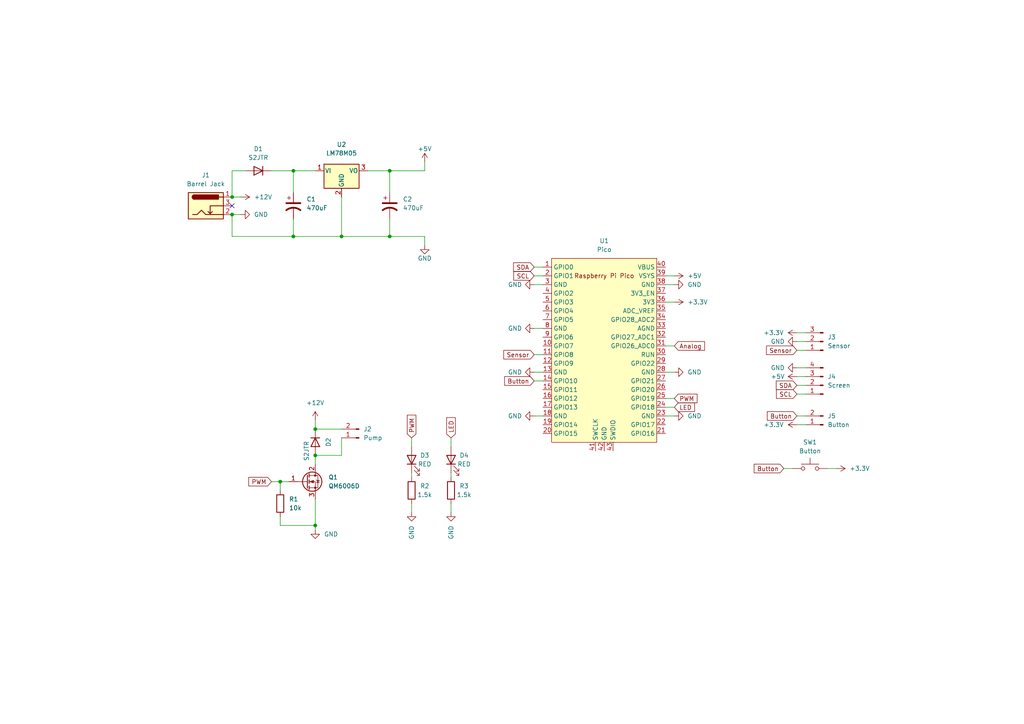
<source format=kicad_sch>
(kicad_sch (version 20211123) (generator eeschema)
  (paper "A4")
  (title_block (title "Pump") (date "2023-01-18") (rev "v06") (company "Kajimba") (comment 1 "Author: Yael"))
  (lib_symbols
    (symbol "Connector:Barrel_Jack_Switch" (pin_names hide)
      (property "Reference" "J" (at 0 5.334 0))
      (property "Value" "Barrel_Jack_Switch" (at 0 -5.08 0))
      (symbol "Barrel_Jack_Switch_0_1"
        (rectangle (start -5.08 3.81) (end 5.08 -3.81) (stroke (width 0.254)) (fill (type background)))
        (arc (start -3.302 3.175) (mid -3.937 2.54) (end -3.302 1.905) (stroke (width 0.254)))
        (arc (start -3.302 3.175) (mid -3.937 2.54) (end -3.302 1.905) (stroke (width 0.254)) (fill (type outline)))
        (polyline (pts (xy 1.27 -2.286) (xy 1.905 -1.651)) (stroke (width 0.254)))
        (polyline (pts (xy 5.08 2.54) (xy 3.81 2.54)) (stroke (width 0.254)))
        (polyline (pts (xy 5.08 0) (xy 1.27 0) (xy 1.27 -2.286) (xy 0.635 -1.651)) (stroke (width 0.254)))
        (polyline (pts (xy -3.81 -2.54) (xy -2.54 -2.54) (xy -1.27 -1.27) (xy 0 -2.54) (xy 2.54 -2.54) (xy 5.08 -2.54)) (stroke (width 0.254)))
        (rectangle (start 3.683 3.175) (end -3.302 1.905) (stroke (width 0.254)) (fill (type outline)))
      )
      (symbol "Barrel_Jack_Switch_1_1"
        (pin passive line (at 7.62 2.54 180) (length 2.54) (name "~") (number "1"))
        (pin passive line (at 7.62 -2.54 180) (length 2.54) (name "~") (number "2"))
        (pin passive line (at 7.62 0 180) (length 2.54) (name "~") (number "3"))
      )
    )
    (symbol "Connector:Conn_01x02_Male" (pin_names (offset 1.016) hide)
      (property "Reference" "J" (at 0 2.54 0))
      (property "Value" "Conn_01x02_Male" (at 0 -5.08 0))
      (symbol "Conn_01x02_Male_1_1"
        (polyline (pts (xy 1.27 -2.54) (xy 0.8636 -2.54)) (stroke (width 0.1524)))
        (polyline (pts (xy 1.27 0) (xy 0.8636 0)) (stroke (width 0.1524)))
        (rectangle (start 0.8636 -2.413) (end 0 -2.667) (stroke (width 0.1524)) (fill (type outline)))
        (rectangle (start 0.8636 0.127) (end 0 -0.127) (stroke (width 0.1524)) (fill (type outline)))
        (pin passive line (at 5.08 0 180) (length 3.81) (name "Pin_1") (number "1"))
        (pin passive line (at 5.08 -2.54 180) (length 3.81) (name "Pin_2") (number "2"))
      )
    )
    (symbol "Connector:Conn_01x03_Male" (pin_names (offset 1.016) hide)
      (property "Reference" "J" (at 0 5.08 0))
      (property "Value" "Conn_01x03_Male" (at 0 -5.08 0))
      (symbol "Conn_01x03_Male_1_1"
        (polyline (pts (xy 1.27 -2.54) (xy 0.8636 -2.54)) (stroke (width 0.1524)))
        (polyline (pts (xy 1.27 0) (xy 0.8636 0)) (stroke (width 0.1524)))
        (polyline (pts (xy 1.27 2.54) (xy 0.8636 2.54)) (stroke (width 0.1524)))
        (rectangle (start 0.8636 -2.413) (end 0 -2.667) (stroke (width 0.1524)) (fill (type outline)))
        (rectangle (start 0.8636 0.127) (end 0 -0.127) (stroke (width 0.1524)) (fill (type outline)))
        (rectangle (start 0.8636 2.667) (end 0 2.413) (stroke (width 0.1524)) (fill (type outline)))
        (pin passive line (at 5.08 2.54 180) (length 3.81) (name "Pin_1") (number "1"))
        (pin passive line (at 5.08 0 180) (length 3.81) (name "Pin_2") (number "2"))
        (pin passive line (at 5.08 -2.54 180) (length 3.81) (name "Pin_3") (number "3"))
      )
    )
    (symbol "Connector:Conn_01x04_Male" (pin_names (offset 1.016) hide)
      (property "Reference" "J" (at 0 5.08 0))
      (property "Value" "Conn_01x04_Male" (at 0 -7.62 0))
      (symbol "Conn_01x04_Male_1_1"
        (polyline (pts (xy 1.27 -5.08) (xy 0.8636 -5.08)) (stroke (width 0.1524)))
        (polyline (pts (xy 1.27 -2.54) (xy 0.8636 -2.54)) (stroke (width 0.1524)))
        (polyline (pts (xy 1.27 0) (xy 0.8636 0)) (stroke (width 0.1524)))
        (polyline (pts (xy 1.27 2.54) (xy 0.8636 2.54)) (stroke (width 0.1524)))
        (rectangle (start 0.8636 -4.953) (end 0 -5.207) (stroke (width 0.1524)) (fill (type outline)))
        (rectangle (start 0.8636 -2.413) (end 0 -2.667) (stroke (width 0.1524)) (fill (type outline)))
        (rectangle (start 0.8636 0.127) (end 0 -0.127) (stroke (width 0.1524)) (fill (type outline)))
        (rectangle (start 0.8636 2.667) (end 0 2.413) (stroke (width 0.1524)) (fill (type outline)))
        (pin passive line (at 5.08 2.54 180) (length 3.81) (name "Pin_1") (number "1"))
        (pin passive line (at 5.08 0 180) (length 3.81) (name "Pin_2") (number "2"))
        (pin passive line (at 5.08 -2.54 180) (length 3.81) (name "Pin_3") (number "3"))
        (pin passive line (at 5.08 -5.08 180) (length 3.81) (name "Pin_4") (number "4"))
      )
    )
    (symbol "Device:C_Polarized_US" (pin_numbers hide) (pin_names (offset 0.254) hide)
      (property "Reference" "C" (at 0.635 2.54 0))
      (property "Value" "C_Polarized_US" (at 0.635 -2.54 0))
      (symbol "C_Polarized_US_0_1"
        (polyline (pts (xy -2.032 0.762) (xy 2.032 0.762)) (stroke (width 0.508)))
        (polyline (pts (xy -1.778 2.286) (xy -0.762 2.286)))
        (polyline (pts (xy -1.27 1.778) (xy -1.27 2.794)))
        (arc (start 2.032 -1.27) (mid 0 -0.5572) (end -2.032 -1.27) (stroke (width 0.508)))
      )
      (symbol "C_Polarized_US_1_1"
        (pin passive line (at 0 3.81 270) (length 2.794) (name "~") (number "1"))
        (pin passive line (at 0 -3.81 90) (length 3.302) (name "~") (number "2"))
      )
    )
    (symbol "Device:LED" (pin_numbers hide) (pin_names (offset 1.016) hide)
      (property "Reference" "D" (at 0 2.54 0))
      (property "Value" "LED" (at 0 -2.54 0))
      (symbol "LED_0_1"
        (polyline (pts (xy -1.27 -1.27) (xy -1.27 1.27)) (stroke (width 0.254)))
        (polyline (pts (xy -1.27 0) (xy 1.27 0)))
        (polyline (pts (xy 1.27 -1.27) (xy 1.27 1.27) (xy -1.27 0) (xy 1.27 -1.27)) (stroke (width 0.254)))
        (polyline (pts (xy -3.048 -0.762) (xy -4.572 -2.286) (xy -3.81 -2.286) (xy -4.572 -2.286) (xy -4.572 -1.524)))
        (polyline (pts (xy -1.778 -0.762) (xy -3.302 -2.286) (xy -2.54 -2.286) (xy -3.302 -2.286) (xy -3.302 -1.524)))
      )
      (symbol "LED_1_1"
        (pin passive line (at -3.81 0 0) (length 2.54) (name "K") (number "1"))
        (pin passive line (at 3.81 0 180) (length 2.54) (name "A") (number "2"))
      )
    )
    (symbol "Device:R" (pin_numbers hide) (pin_names (offset 0))
      (property "Reference" "R" (at 2.032 0 90))
      (property "Value" "R" (at 0 0 90))
      (symbol "R_0_1"
        (rectangle (start -1.016 -2.54) (end 1.016 2.54) (stroke (width 0.254)))
      )
      (symbol "R_1_1"
        (pin passive line (at 0 3.81 270) (length 1.27) (name "~") (number "1"))
        (pin passive line (at 0 -3.81 90) (length 1.27) (name "~") (number "2"))
      )
    )
    (symbol "Diode:S2JTR" (pin_numbers hide) (pin_names (offset 1.016) hide)
      (property "Reference" "D" (at 0 2.54 0))
      (property "Value" "S2JTR" (at 0 -2.54 0))
      (symbol "S2JTR_0_1"
        (polyline (pts (xy -1.27 1.27) (xy -1.27 -1.27)) (stroke (width 0.254)))
        (polyline (pts (xy 1.27 0) (xy -1.27 0)))
        (polyline (pts (xy 1.27 1.27) (xy 1.27 -1.27) (xy -1.27 0) (xy 1.27 1.27)) (stroke (width 0.254)))
      )
      (symbol "S2JTR_1_1"
        (pin passive line (at -3.81 0 0) (length 2.54) (name "K") (number "1"))
        (pin passive line (at 3.81 0 180) (length 2.54) (name "A") (number "2"))
      )
    )
    (symbol "MCU_RaspberryPi_and_Boards:Pico"
      (property "Reference" "U" (at -13.97 27.94 0))
      (property "Value" "Pico" (at 0 19.05 0))
      (symbol "Pico_0_0"
        (text "Raspberry Pi Pico" (at 0 21.59 0) (effects (font (size 1.27 1.27))))
      )
      (symbol "Pico_0_1"
        (rectangle (start -15.24 26.67) (end 15.24 -26.67) (fill (type background)))
      )
      (symbol "Pico_1_1"
        (pin bidirectional line (at -17.78 24.13 0) (length 2.54) (name "GPIO0") (number "1"))
        (pin bidirectional line (at -17.78 1.27 0) (length 2.54) (name "GPIO7") (number "10"))
        (pin bidirectional line (at -17.78 -1.27 0) (length 2.54) (name "GPIO8") (number "11"))
        (pin bidirectional line (at -17.78 -3.81 0) (length 2.54) (name "GPIO9") (number "12"))
        (pin power_in line (at -17.78 -6.35 0) (length 2.54) (name "GND") (number "13"))
        (pin bidirectional line (at -17.78 -8.89 0) (length 2.54) (name "GPIO10") (number "14"))
        (pin bidirectional line (at -17.78 -11.43 0) (length 2.54) (name "GPIO11") (number "15"))
        (pin bidirectional line (at -17.78 -13.97 0) (length 2.54) (name "GPIO12") (number "16"))
        (pin bidirectional line (at -17.78 -16.51 0) (length 2.54) (name "GPIO13") (number "17"))
        (pin power_in line (at -17.78 -19.05 0) (length 2.54) (name "GND") (number "18"))
        (pin bidirectional line (at -17.78 -21.59 0) (length 2.54) (name "GPIO14") (number "19"))
        (pin bidirectional line (at -17.78 21.59 0) (length 2.54) (name "GPIO1") (number "2"))
        (pin bidirectional line (at -17.78 -24.13 0) (length 2.54) (name "GPIO15") (number "20"))
        (pin bidirectional line (at 17.78 -24.13 180) (length 2.54) (name "GPIO16") (number "21"))
        (pin bidirectional line (at 17.78 -21.59 180) (length 2.54) (name "GPIO17") (number "22"))
        (pin power_in line (at 17.78 -19.05 180) (length 2.54) (name "GND") (number "23"))
        (pin bidirectional line (at 17.78 -16.51 180) (length 2.54) (name "GPIO18") (number "24"))
        (pin bidirectional line (at 17.78 -13.97 180) (length 2.54) (name "GPIO19") (number "25"))
        (pin bidirectional line (at 17.78 -11.43 180) (length 2.54) (name "GPIO20") (number "26"))
        (pin bidirectional line (at 17.78 -8.89 180) (length 2.54) (name "GPIO21") (number "27"))
        (pin power_in line (at 17.78 -6.35 180) (length 2.54) (name "GND") (number "28"))
        (pin bidirectional line (at 17.78 -3.81 180) (length 2.54) (name "GPIO22") (number "29"))
        (pin power_in line (at -17.78 19.05 0) (length 2.54) (name "GND") (number "3"))
        (pin input line (at 17.78 -1.27 180) (length 2.54) (name "RUN") (number "30"))
        (pin bidirectional line (at 17.78 1.27 180) (length 2.54) (name "GPIO26_ADC0") (number "31"))
        (pin bidirectional line (at 17.78 3.81 180) (length 2.54) (name "GPIO27_ADC1") (number "32"))
        (pin power_in line (at 17.78 6.35 180) (length 2.54) (name "AGND") (number "33"))
        (pin bidirectional line (at 17.78 8.89 180) (length 2.54) (name "GPIO28_ADC2") (number "34"))
        (pin power_in line (at 17.78 11.43 180) (length 2.54) (name "ADC_VREF") (number "35"))
        (pin power_in line (at 17.78 13.97 180) (length 2.54) (name "3V3") (number "36"))
        (pin input line (at 17.78 16.51 180) (length 2.54) (name "3V3_EN") (number "37"))
        (pin bidirectional line (at 17.78 19.05 180) (length 2.54) (name "GND") (number "38"))
        (pin power_in line (at 17.78 21.59 180) (length 2.54) (name "VSYS") (number "39"))
        (pin bidirectional line (at -17.78 16.51 0) (length 2.54) (name "GPIO2") (number "4"))
        (pin power_in line (at 17.78 24.13 180) (length 2.54) (name "VBUS") (number "40"))
        (pin input line (at -2.54 -29.21 90) (length 2.54) (name "SWCLK") (number "41"))
        (pin power_in line (at 0 -29.21 90) (length 2.54) (name "GND") (number "42"))
        (pin bidirectional line (at 2.54 -29.21 90) (length 2.54) (name "SWDIO") (number "43"))
        (pin bidirectional line (at -17.78 13.97 0) (length 2.54) (name "GPIO3") (number "5"))
        (pin bidirectional line (at -17.78 11.43 0) (length 2.54) (name "GPIO4") (number "6"))
        (pin bidirectional line (at -17.78 8.89 0) (length 2.54) (name "GPIO5") (number "7"))
        (pin power_in line (at -17.78 6.35 0) (length 2.54) (name "GND") (number "8"))
        (pin bidirectional line (at -17.78 3.81 0) (length 2.54) (name "GPIO6") (number "9"))
      )
    )
    (symbol "Regulator_Linear:LM78M05_TO252" (pin_names (offset 0.254))
      (property "Reference" "U" (at -3.81 3.175 0))
      (property "Value" "LM78M05_TO252" (at 0 3.175 0))
      (symbol "LM78M05_TO252_0_1"
        (rectangle (start -5.08 1.905) (end 5.08 -5.08) (stroke (width 0.254)) (fill (type background)))
      )
      (symbol "LM78M05_TO252_1_1"
        (pin power_in line (at -7.62 0 0) (length 2.54) (name "VI") (number "1"))
        (pin power_in line (at 0 -7.62 90) (length 2.54) (name "GND") (number "2"))
        (pin power_out line (at 7.62 0 180) (length 2.54) (name "VO") (number "3"))
      )
    )
    (symbol "Switch:SW_Push" (pin_numbers hide) (pin_names (offset 1.016) hide)
      (property "Reference" "SW" (at 1.27 2.54 0))
      (property "Value" "SW_Push" (at 0 -1.524 0))
      (symbol "SW_Push_0_1"
        (circle (center -2.032 0) (radius 0.508))
        (polyline (pts (xy 0 1.27) (xy 0 3.048)))
        (polyline (pts (xy 2.54 1.27) (xy -2.54 1.27)))
        (circle (center 2.032 0) (radius 0.508))
        (pin passive line (at -5.08 0 0) (length 2.54) (name "1") (number "1"))
        (pin passive line (at 5.08 0 180) (length 2.54) (name "2") (number "2"))
      )
    )
    (symbol "Transistor_FET:QM6006D" (pin_names hide)
      (property "Reference" "Q" (at 5.08 1.905 0))
      (property "Value" "QM6006D" (at 5.08 0 0))
      (symbol "QM6006D_0_1"
        (polyline (pts (xy 0.254 0) (xy -2.54 0)))
        (polyline (pts (xy 0.254 1.905) (xy 0.254 -1.905)) (stroke (width 0.254)))
        (polyline (pts (xy 0.762 -1.27) (xy 0.762 -2.286)) (stroke (width 0.254)))
        (polyline (pts (xy 0.762 0.508) (xy 0.762 -0.508)) (stroke (width 0.254)))
        (polyline (pts (xy 0.762 2.286) (xy 0.762 1.27)) (stroke (width 0.254)))
        (polyline (pts (xy 2.54 2.54) (xy 2.54 1.778)))
        (polyline (pts (xy 2.54 -2.54) (xy 2.54 0) (xy 0.762 0)))
        (polyline (pts (xy 0.762 -1.778) (xy 3.302 -1.778) (xy 3.302 1.778) (xy 0.762 1.778)))
        (polyline (pts (xy 1.016 0) (xy 2.032 0.381) (xy 2.032 -0.381) (xy 1.016 0)) (fill (type outline)))
        (polyline (pts (xy 2.794 0.508) (xy 2.921 0.381) (xy 3.683 0.381) (xy 3.81 0.254)))
        (polyline (pts (xy 3.302 0.381) (xy 2.921 -0.254) (xy 3.683 -0.254) (xy 3.302 0.381)))
        (circle (center 1.651 0) (radius 2.794) (stroke (width 0.254)))
        (circle (center 2.54 -1.778) (radius 0.254) (fill (type outline)))
        (circle (center 2.54 1.778) (radius 0.254) (fill (type outline)))
      )
      (symbol "QM6006D_1_1"
        (pin input line (at -5.08 0 0) (length 2.54) (name "G") (number "1"))
        (pin passive line (at 2.54 5.08 270) (length 2.54) (name "D") (number "2"))
        (pin passive line (at 2.54 -5.08 90) (length 2.54) (name "S") (number "3"))
      )
    )
    (symbol "power:+12V" (power) (pin_names (offset 0))
      (property "Value" "+12V" (at 0 3.556 0))
      (symbol "+12V_0_1"
        (polyline (pts (xy -0.762 1.27) (xy 0 2.54)))
        (polyline (pts (xy 0 0) (xy 0 2.54)))
        (polyline (pts (xy 0 2.54) (xy 0.762 1.27)))
      )
      (symbol "+12V_1_1"
        (pin power_in line (at 0 0 90) (length 0) hide (name "+12V") (number "1"))
      )
    )
    (symbol "power:+3.3V" (power) (pin_names (offset 0))
      (property "Value" "+3.3V" (at 0 3.556 0))
      (symbol "+3.3V_0_1"
        (polyline (pts (xy -0.762 1.27) (xy 0 2.54)))
        (polyline (pts (xy 0 0) (xy 0 2.54)))
        (polyline (pts (xy 0 2.54) (xy 0.762 1.27)))
      )
      (symbol "+3.3V_1_1"
        (pin power_in line (at 0 0 90) (length 0) hide (name "+3.3V") (number "1"))
      )
    )
    (symbol "power:+5V" (power) (pin_names (offset 0))
      (property "Value" "+5V" (at 0 3.556 0))
      (symbol "+5V_0_1"
        (polyline (pts (xy -0.762 1.27) (xy 0 2.54)))
        (polyline (pts (xy 0 0) (xy 0 2.54)))
        (polyline (pts (xy 0 2.54) (xy 0.762 1.27)))
      )
      (symbol "+5V_1_1"
        (pin power_in line (at 0 0 90) (length 0) hide (name "+5V") (number "1"))
      )
    )
    (symbol "power:GND" (power) (pin_names (offset 0))
      (property "Value" "GND" (at 0 -3.81 0))
      (symbol "GND_0_1"
        (polyline (pts (xy 0 0) (xy 0 -1.27) (xy 1.27 -1.27) (xy 0 -2.54) (xy -1.27 -1.27) (xy 0 -1.27)))
      )
      (symbol "GND_1_1"
        (pin power_in line (at 0 0 270) (length 0) hide (name "GND") (number "1"))
      )
    )
  )
  (junction (at 99.06 68.58))
  (junction (at 91.44 152.4))
  (junction (at 91.44 124.46))
  (junction (at 67.31 62.23))
  (junction (at 85.09 68.58))
  (junction (at 81.28 139.7))
  (junction (at 91.44 132.08))
  (junction (at 67.31 57.15))
  (junction (at 113.03 49.53))
  (junction (at 85.09 49.53))
  (junction (at 113.03 68.58))
  (no_connect (at 67.31 59.69))
  (wire (pts (xy 154.94 110.49) (xy 157.48 110.49)))
  (wire (pts (xy 154.94 77.47) (xy 157.48 77.47)))
  (wire (pts (xy 123.19 68.58) (xy 113.03 68.58)))
  (wire (pts (xy 130.81 146.05) (xy 130.81 148.59)))
  (wire (pts (xy 231.14 106.68) (xy 233.68 106.68)))
  (wire (pts (xy 78.74 139.7) (xy 81.28 139.7)))
  (wire (pts (xy 154.94 120.65) (xy 157.48 120.65)))
  (wire (pts (xy 81.28 139.7) (xy 81.28 142.24)))
  (wire (pts (xy 123.19 71.12) (xy 123.19 68.58)))
  (wire (pts (xy 99.06 68.58) (xy 113.03 68.58)))
  (wire (pts (xy 85.09 49.53) (xy 85.09 55.88)))
  (wire (pts (xy 240.03 135.89) (xy 242.57 135.89)))
  (wire (pts (xy 231.14 123.19) (xy 233.68 123.19)))
  (wire (pts (xy 193.04 100.33) (xy 195.58 100.33)))
  (wire (pts (xy 154.94 102.87) (xy 157.48 102.87)))
  (wire (pts (xy 81.28 139.7) (xy 83.82 139.7)))
  (wire (pts (xy 113.03 49.53) (xy 113.03 55.88)))
  (wire (pts (xy 193.04 82.55) (xy 195.58 82.55)))
  (wire (pts (xy 154.94 95.25) (xy 157.48 95.25)))
  (wire (pts (xy 67.31 57.15) (xy 69.85 57.15)))
  (wire (pts (xy 81.28 152.4) (xy 91.44 152.4)))
  (wire (pts (xy 91.44 124.46) (xy 99.06 124.46)))
  (wire (pts (xy 119.38 146.05) (xy 119.38 148.59)))
  (wire (pts (xy 67.31 68.58) (xy 85.09 68.58)))
  (wire (pts (xy 193.04 120.65) (xy 195.58 120.65)))
  (wire (pts (xy 193.04 115.57) (xy 195.58 115.57)))
  (wire (pts (xy 99.06 132.08) (xy 91.44 132.08)))
  (wire (pts (xy 106.68 49.53) (xy 113.03 49.53)))
  (wire (pts (xy 154.94 107.95) (xy 157.48 107.95)))
  (wire (pts (xy 81.28 149.86) (xy 81.28 152.4)))
  (wire (pts (xy 67.31 62.23) (xy 67.31 68.58)))
  (wire (pts (xy 231.14 111.76) (xy 233.68 111.76)))
  (wire (pts (xy 67.31 62.23) (xy 69.85 62.23)))
  (wire (pts (xy 130.81 129.54) (xy 130.81 127)))
  (wire (pts (xy 154.94 80.01) (xy 157.48 80.01)))
  (wire (pts (xy 130.81 137.16) (xy 130.81 138.43)))
  (wire (pts (xy 231.14 99.06) (xy 233.68 99.06)))
  (wire (pts (xy 85.09 49.53) (xy 91.44 49.53)))
  (wire (pts (xy 91.44 132.08) (xy 91.44 134.62)))
  (wire (pts (xy 99.06 57.15) (xy 99.06 68.58)))
  (wire (pts (xy 227.33 135.89) (xy 229.87 135.89)))
  (wire (pts (xy 193.04 80.01) (xy 195.58 80.01)))
  (wire (pts (xy 113.03 49.53) (xy 123.19 49.53)))
  (wire (pts (xy 113.03 63.5) (xy 113.03 68.58)))
  (wire (pts (xy 231.14 109.22) (xy 233.68 109.22)))
  (wire (pts (xy 193.04 107.95) (xy 195.58 107.95)))
  (wire (pts (xy 193.04 87.63) (xy 195.58 87.63)))
  (wire (pts (xy 91.44 121.92) (xy 91.44 124.46)))
  (wire (pts (xy 123.19 46.99) (xy 123.19 49.53)))
  (wire (pts (xy 231.14 120.65) (xy 233.68 120.65)))
  (wire (pts (xy 119.38 127) (xy 119.38 129.54)))
  (wire (pts (xy 91.44 152.4) (xy 91.44 153.67)))
  (wire (pts (xy 67.31 57.15) (xy 67.31 49.53)))
  (wire (pts (xy 231.14 101.6) (xy 233.68 101.6)))
  (wire (pts (xy 231.14 96.52) (xy 233.68 96.52)))
  (wire (pts (xy 231.14 114.3) (xy 233.68 114.3)))
  (wire (pts (xy 99.06 132.08) (xy 99.06 127)))
  (wire (pts (xy 85.09 63.5) (xy 85.09 68.58)))
  (wire (pts (xy 78.74 49.53) (xy 85.09 49.53)))
  (wire (pts (xy 193.04 118.11) (xy 195.58 118.11)))
  (wire (pts (xy 119.38 137.16) (xy 119.38 138.43)))
  (wire (pts (xy 91.44 144.78) (xy 91.44 152.4)))
  (wire (pts (xy 154.94 82.55) (xy 157.48 82.55)))
  (wire (pts (xy 67.31 49.53) (xy 71.12 49.53)))
  (wire (pts (xy 85.09 68.58) (xy 99.06 68.58)))
  (global_label "Sensor" (shape input) (at 154.94 102.87 180) (property "Intersheet References" "${INTERSHEET_REFS}" (effects hide)))
  (global_label "SCL" (shape input) (at 154.94 80.01 180) (property "Intersheet References" "${INTERSHEET_REFS}" (effects hide)))
  (global_label "LED" (shape input) (at 130.81 127 90) (property "Intersheet References" "${INTERSHEET_REFS}" (effects hide)))
  (global_label "Button" (shape input) (at 154.94 110.49 180) (property "Intersheet References" "${INTERSHEET_REFS}" (effects hide)))
  (global_label "PWM" (shape input) (at 195.58 115.57 0) (property "Intersheet References" "${INTERSHEET_REFS}" (effects hide)))
  (global_label "Sensor" (shape input) (at 231.14 101.6 180) (property "Intersheet References" "${INTERSHEET_REFS}" (effects hide)))
  (global_label "SCL" (shape input) (at 231.14 114.3 180) (property "Intersheet References" "${INTERSHEET_REFS}" (effects hide)))
  (global_label "LED" (shape input) (at 195.58 118.11 0) (property "Intersheet References" "${INTERSHEET_REFS}" (effects hide)))
  (global_label "Analog" (shape input) (at 195.58 100.33 0) (property "Intersheet References" "${INTERSHEET_REFS}" (effects hide)))
  (global_label "SDA" (shape input) (at 231.14 111.76 180) (property "Intersheet References" "${INTERSHEET_REFS}" (effects hide)))
  (global_label "SDA" (shape input) (at 154.94 77.47 180) (property "Intersheet References" "${INTERSHEET_REFS}" (effects hide)))
  (global_label "Button" (shape input) (at 227.33 135.89 180) (property "Intersheet References" "${INTERSHEET_REFS}" (effects hide)))
  (global_label "PWM" (shape input) (at 78.74 139.7 180) (property "Intersheet References" "${INTERSHEET_REFS}" (effects hide)))
  (global_label "PWM" (shape input) (at 119.38 127 90) (property "Intersheet References" "${INTERSHEET_REFS}" (effects hide)))
  (global_label "Button" (shape input) (at 231.14 120.65 180) (property "Intersheet References" "${INTERSHEET_REFS}" (effects hide)))
  (symbol (lib_id "power:+5V") (at 123.19 46.99 0) (unit 1)
    (property "Reference" "#PWR06" (effects hide))
    (property "Value" "+5V" (at 123.19 43.18 0))
  )
  (symbol (lib_id "Connector:Conn_01x03_Male") (at 238.76 99.06 180) (unit 1)
    (property "Reference" "J3" (at 240.03 97.7899 0) (effects (justify right)))
    (property "Value" "Sensor" (at 240.03 100.3299 0) (effects (justify right)))
    (property "Footprint" "Connector_JST:JST_EH_B3B-EH-A_1x03_P2.50mm_Vertical" (effects hide))
  )
  (symbol (lib_id "Device:R") (at 81.28 146.05 180) (unit 1)
    (property "Reference" "R1" (at 83.82 144.7799 0) (effects (justify right)))
    (property "Value" "10k" (at 83.82 147.3199 0) (effects (justify right)))
    (property "Footprint" "Resistor_SMD:R_0805_2012Metric_Pad1.20x1.40mm_HandSolder" (effects hide))
  )
  (symbol (lib_id "Device:R") (at 119.38 142.24 0) (unit 1)
    (property "Reference" "R2" (at 123.19 140.97 0))
    (property "Value" "1.5k" (at 123.19 143.51 0))
    (property "Footprint" "Resistor_SMD:R_0805_2012Metric_Pad1.20x1.40mm_HandSolder" (effects hide))
  )
  (symbol (lib_id "power:GND") (at 69.85 62.23 90) (unit 1)
    (property "Reference" "#PWR02" (effects hide))
    (property "Value" "GND" (at 73.66 62.2299 90) (effects (justify right)))
  )
  (symbol (lib_id "power:+5V") (at 195.58 80.01 270) (unit 1)
    (property "Reference" "#PWR012" (effects hide))
    (property "Value" "+5V" (at 199.39 80.0099 90) (effects (justify left)))
  )
  (symbol (lib_id "power:+12V") (at 69.85 57.15 270) (unit 1)
    (property "Reference" "#PWR01" (effects hide))
    (property "Value" "+12V" (at 73.66 57.1499 90) (effects (justify left)))
  )
  (symbol (lib_id "power:GND") (at 195.58 82.55 90) (unit 1)
    (property "Reference" "#PWR013" (effects hide))
    (property "Value" "GND" (at 199.39 82.5499 90) (effects (justify right)))
  )
  (symbol (lib_id "power:+3.3V") (at 231.14 96.52 90) (unit 1)
    (property "Reference" "#PWR020" (effects hide))
    (property "Value" "+3.3V" (at 227.33 96.5201 90) (effects (justify left)))
  )
  (symbol (lib_id "Connector:Barrel_Jack_Switch") (at 59.69 59.69 0) (unit 1)
    (property "Reference" "J1" (at 59.69 50.8 0))
    (property "Value" "Barrel Jack" (at 59.69 53.34 0))
    (property "Footprint" "Connector_BarrelJack:BarrelJack_Wuerth_6941xx301002" (effects hide))
  )
  (symbol (lib_id "power:GND") (at 195.58 107.95 90) (unit 1)
    (property "Reference" "#PWR015" (effects hide))
    (property "Value" "GND" (at 199.39 107.9499 90) (effects (justify right)))
  )
  (symbol (lib_id "power:GND") (at 195.58 120.65 90) (unit 1)
    (property "Reference" "#PWR016" (effects hide))
    (property "Value" "GND" (at 199.39 120.6499 90) (effects (justify right)))
  )
  (symbol (lib_id "power:GND") (at 231.14 99.06 270) (unit 1)
    (property "Reference" "#PWR019" (effects hide))
    (property "Value" "GND" (at 223.52 99.06 90) (effects (justify left)))
  )
  (symbol (lib_id "power:GND") (at 154.94 107.95 270) (unit 1)
    (property "Reference" "#PWR010" (effects hide))
    (property "Value" "GND" (at 147.32 107.95 90) (effects (justify left)))
  )
  (symbol (lib_id "Connector:Conn_01x02_Male") (at 104.14 127 180) (unit 1)
    (property "Reference" "J2" (at 105.41 124.4599 0) (effects (justify right)))
    (property "Value" "Pump" (at 105.41 126.9999 0) (effects (justify right)))
    (property "Footprint" "Connector_Phoenix_MSTB:PhoenixContact_MSTBA_2,5_2-G-5,08_1x02_P5.08mm_Horizontal" (effects hide))
  )
  (symbol (lib_id "power:GND") (at 154.94 95.25 270) (unit 1)
    (property "Reference" "#PWR09" (effects hide))
    (property "Value" "GND" (at 147.32 95.25 90) (effects (justify left)))
  )
  (symbol (lib_id "Regulator_Linear:LM78M05_TO252") (at 99.06 49.53 0) (unit 1)
    (property "Reference" "U2" (at 99.06 41.91 0))
    (property "Value" "LM78M05" (at 99.06 44.45 0))
    (property "Footprint" "Package_TO_SOT_SMD:TO-252-2" (effects hide))
    (property "Datasheet" "https://www.onsemi.com/pub/Collateral/MC78M00-D.PDF" (effects hide))
  )
  (symbol (lib_id "power:+3.3V") (at 195.58 87.63 270) (unit 1)
    (property "Reference" "#PWR014" (effects hide))
    (property "Value" "+3.3V" (at 199.39 87.6299 90) (effects (justify left)))
  )
  (symbol (lib_id "Connector:Conn_01x04_Male") (at 238.76 111.76 180) (unit 1)
    (property "Reference" "J4" (at 240.03 109.2199 0) (effects (justify right)))
    (property "Value" "Screen" (at 240.03 111.7599 0) (effects (justify right)))
    (property "Footprint" "Connector_JST:JST_EH_B4B-EH-A_1x04_P2.50mm_Vertical" (effects hide))
  )
  (symbol (lib_id "power:GND") (at 123.19 71.12 0) (unit 1)
    (property "Reference" "#PWR07" (effects hide))
    (property "Value" "GND" (at 123.19 74.93 0))
  )
  (symbol (lib_id "MCU_RaspberryPi_and_Boards:Pico") (at 175.26 101.6 0) (unit 1)
    (property "Reference" "U1" (at 175.26 69.85 0))
    (property "Value" "Pico" (at 175.26 72.39 0))
    (property "Footprint" "MCU_RaspberryPi_and_Boards:RPi_Pico_SMD_TH" (effects hide))
  )
  (symbol (lib_id "Device:R") (at 130.81 142.24 0) (unit 1)
    (property "Reference" "R3" (at 134.62 140.97 0))
    (property "Value" "1.5k" (at 134.62 143.51 0))
    (property "Footprint" "Resistor_SMD:R_0805_2012Metric_Pad1.20x1.40mm_HandSolder" (effects hide))
  )
  (symbol (lib_id "power:+12V") (at 91.44 121.92 0) (unit 1)
    (property "Reference" "#PWR03" (effects hide))
    (property "Value" "+12V" (at 91.44 116.84 0))
  )
  (symbol (lib_id "Diode:S2JTR") (at 91.44 128.27 270) (unit 1)
    (property "Reference" "D2" (at 95.25 128.27 0))
    (property "Value" "S2JTR" (at 88.9 130.81 0))
    (property "Footprint" "Diode_SMD:D_SMB" (effects hide))
    (property "Datasheet" "http://www.smc-diodes.com/propdf/S2A-S2M%20N0562%20REV.A.pdf" (effects hide))
  )
  (symbol (lib_id "power:GND") (at 119.38 148.59 0) (unit 1)
    (property "Reference" "#PWR05" (effects hide))
    (property "Value" "GND" (at 119.3801 152.4 90) (effects (justify right)))
  )
  (symbol (lib_id "Diode:S2JTR") (at 74.93 49.53 180) (unit 1)
    (property "Reference" "D1" (at 74.93 43.18 0))
    (property "Value" "S2JTR" (at 74.93 45.72 0))
    (property "Footprint" "Diode_SMD:D_SMB" (effects hide))
    (property "Datasheet" "http://www.smc-diodes.com/propdf/S2A-S2M%20N0562%20REV.A.pdf" (effects hide))
  )
  (symbol (lib_id "power:GND") (at 154.94 82.55 270) (unit 1)
    (property "Reference" "#PWR08" (effects hide))
    (property "Value" "GND" (at 147.32 82.55 90) (effects (justify left)))
  )
  (symbol (lib_id "power:GND") (at 91.44 153.67 0) (unit 1)
    (property "Reference" "#PWR04" (effects hide))
    (property "Value" "GND" (at 93.98 154.9399 0) (effects (justify left)))
  )
  (symbol (lib_id "power:GND") (at 130.81 148.59 0) (unit 1)
    (property "Reference" "#PWR025" (effects hide))
    (property "Value" "GND" (at 130.8101 152.4 90) (effects (justify right)))
  )
  (symbol (lib_id "power:+3.3V") (at 231.14 123.19 90) (unit 1)
    (property "Reference" "#PWR023" (effects hide))
    (property "Value" "+3.3V" (at 227.33 123.1901 90) (effects (justify left)))
  )
  (symbol (lib_id "power:+3.3V") (at 242.57 135.89 270) (unit 1)
    (property "Reference" "#PWR024" (effects hide))
    (property "Value" "+3.3V" (at 246.38 135.8899 90) (effects (justify left)))
  )
  (symbol (lib_id "Transistor_FET:QM6006D") (at 88.9 139.7 0) (unit 1)
    (property "Reference" "Q1" (at 95.25 138.4299 0) (effects (justify left)))
    (property "Value" "QM6006D" (at 95.25 140.9699 0) (effects (justify left)))
    (property "Footprint" "Package_TO_SOT_SMD:TO-252-2" (effects hide))
    (property "Datasheet" "http://www.jaolen.com/images/pdf/QM6006D.pdf" (effects hide))
  )
  (symbol (lib_id "power:GND") (at 154.94 120.65 270) (unit 1)
    (property "Reference" "#PWR011" (effects hide))
    (property "Value" "GND" (at 147.32 120.65 90) (effects (justify left)))
  )
  (symbol (lib_id "Device:LED") (at 119.38 133.35 90) (unit 1)
    (property "Reference" "D3" (at 123.19 132.08 90))
    (property "Value" "RED" (at 123.19 134.62 90))
    (property "Footprint" "LED_SMD:LED_0805_2012Metric_Pad1.15x1.40mm_HandSolder" (effects hide))
  )
  (symbol (lib_id "Switch:SW_Push") (at 234.95 135.89 0) (unit 1)
    (property "Reference" "SW1" (at 234.95 128.27 0))
    (property "Value" "Button" (at 234.95 130.81 0))
    (property "Footprint" "Button_Switch_SMD:SW_SPST_TL3305A" (effects hide))
  )
  (symbol (lib_id "Device:C_Polarized_US") (at 113.03 59.69 0) (unit 1)
    (property "Reference" "C2" (at 116.84 57.7849 0) (effects (justify left)))
    (property "Value" "470uF" (at 116.84 60.3249 0) (effects (justify left)))
    (property "Footprint" "Capacitor_SMD:CP_Elec_10x10.5" (effects hide))
  )
  (symbol (lib_id "power:GND") (at 231.14 106.68 270) (unit 1)
    (property "Reference" "#PWR021" (effects hide))
    (property "Value" "GND" (at 223.52 106.68 90) (effects (justify left)))
  )
  (symbol (lib_id "Device:LED") (at 130.81 133.35 90) (unit 1)
    (property "Reference" "D4" (at 134.62 132.08 90))
    (property "Value" "RED" (at 134.62 134.62 90))
    (property "Footprint" "LED_SMD:LED_0805_2012Metric_Pad1.15x1.40mm_HandSolder" (effects hide))
  )
  (symbol (lib_id "Connector:Conn_01x02_Male") (at 238.76 123.19 180) (unit 1)
    (property "Reference" "J5" (at 240.03 120.6499 0) (effects (justify right)))
    (property "Value" "Button" (at 240.03 123.1899 0) (effects (justify right)))
    (property "Footprint" "Connector_JST:JST_EH_B2B-EH-A_1x02_P2.50mm_Vertical" (effects hide))
  )
  (symbol (lib_id "power:+5V") (at 231.14 109.22 90) (unit 1)
    (property "Reference" "#PWR022" (effects hide))
    (property "Value" "+5V" (at 223.52 109.22 90) (effects (justify right)))
  )
  (symbol (lib_id "Device:C_Polarized_US") (at 85.09 59.69 0) (unit 1)
    (property "Reference" "C1" (at 88.9 57.7849 0) (effects (justify left)))
    (property "Value" "470uF" (at 88.9 60.3249 0) (effects (justify left)))
    (property "Footprint" "Capacitor_SMD:CP_Elec_10x10.5" (effects hide))
  )
)
</source>
